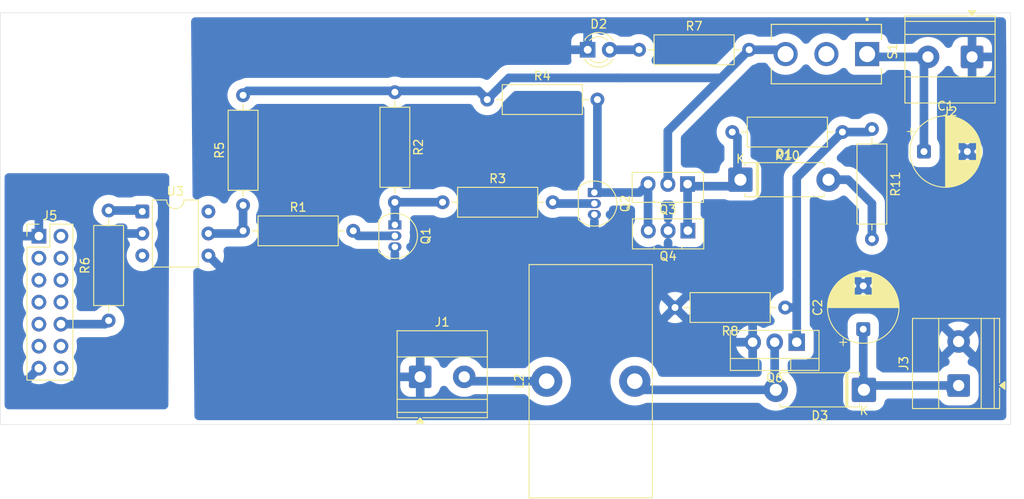
<source format=kicad_pcb>
(kicad_pcb (version 20241229) (generator "pcbnew") (generator_version "9.0")
  (layers (0 "F.Cu" signal) (2 "B.Cu" signal) (13 "F.Paste" user) (15 "B.Paste" user) (5 "F.SilkS" user "F.Silkscreen") (7 "B.SilkS" user "B.Silkscreen") (1 "F.Mask" user) (3 "B.Mask" user) (25 "Edge.Cuts" user))
  (net 0 "")
  (net 1 "Net-(D3-K)")
  (net 2 "GND2")
  (net 3 "Net-(Q1-C)")
  (net 4 "Net-(Q1-B)")
  (net 5 "Net-(Q2-B)")
  (net 6 "Net-(Q2-C)")
  (net 7 "Net-(D1-K)")
  (net 8 "Net-(D1-A)")
  (net 9 "GND1")
  (net 10 "Net-(R1-Pad1)")
  (net 11 "Net-(R6-Pad2)")
  (net 12 "Net-(D2-A)")
  (net 13 "Net-(D3-A)")
  (net 14 "Net-(J1-Pin_2)")
  (net 15 "12V_Out")
  (net 16 "PWM")
  (net 17 "input_PWM")
  (net 31 "12V_In")
  (footprint "Resistor_THT:R_Axial_DIN0309_L9.0mm_D3.2mm_P12.70mm_Horizontal" (layer "F.Cu") (at 115.5 79.7 90)
    (property "Reference" "R5" (at 6.35 -2.72 90) (layer "F.SilkS"))
    (property "Value" "R")
    (pad "1" thru_hole circle (at 0 0 90) (size 1.6 1.6) (drill 0.8) (layers "*.Cu" "*.Mask") (net 10 "Net-(R1-Pad1)"))
    (pad "2" thru_hole circle (at 12.7 0 90) (size 1.6 1.6) (drill 0.8) (layers "*.Cu" "*.Mask") (net 15 "12V_Out"))
  )
  (footprint "Package_TO_SOT_THT:TO-220-3_Vertical" (layer "F.Cu") (at 179.33 95.5 180)
    (property "Reference" "Q6" (at 2.54 -4.1 0) (layer "F.SilkS"))
    (property "Value" "IRF540N")
    (pad "1" thru_hole rect (at 0 0 180) (size 1.905 2) (drill 1.1) (layers "*.Cu" "*.Mask") (net 16 "PWM"))
    (pad "2" thru_hole oval (at 2.54 0 180) (size 1.905 2) (drill 1.1) (layers "*.Cu" "*.Mask") (net 13 "Net-(D3-A)"))
    (pad "3" thru_hole oval (at 5.08 0 180) (size 1.905 2) (drill 1.1) (layers "*.Cu" "*.Mask") (net 2 "GND2"))
  )
  (footprint "Capacitor_THT:CP_Radial_D8.0mm_P5.00mm" (layer "F.Cu") (at 187 94 90)
    (property "Reference" "C2" (at 2.5 -5.25 90) (layer "F.SilkS"))
    (property "Value" "10u")
    (pad "1" thru_hole roundrect (at 0 0 90) (size 1.6 1.6) (drill 0.8) (layers "*.Cu" "*.Mask") (roundrect_rratio 0.15625) (net 1 "Net-(D3-K)"))
    (pad "2" thru_hole circle (at 5 0 90) (size 1.6 1.6) (drill 0.8) (layers "*.Cu" "*.Mask") (net 2 "GND2"))
  )
  (footprint "Resistor_THT:R_Axial_DIN0309_L9.0mm_D3.2mm_P12.70mm_Horizontal" (layer "F.Cu") (at 115.5 82.65)
    (property "Reference" "R1" (at 6.35 -2.72 0) (layer "F.SilkS"))
    (property "Value" "R")
    (pad "1" thru_hole circle (at 0 0) (size 1.6 1.6) (drill 0.8) (layers "*.Cu" "*.Mask") (net 10 "Net-(R1-Pad1)"))
    (pad "2" thru_hole circle (at 12.7 0) (size 1.6 1.6) (drill 0.8) (layers "*.Cu" "*.Mask") (net 4 "Net-(Q1-B)"))
  )
  (footprint "Connector_PinHeader_2.54mm:PinHeader_2x07_P2.54mm_Vertical" (layer "F.Cu") (at 91.96 83.26)
    (property "Reference" "J5" (at 1.27 -2.38 0) (layer "F.SilkS"))
    (property "Value" "Conector IDC")
    (pad "1" thru_hole rect (at 0 0) (size 1.7 1.7) (drill 1) (layers "*.Cu" "*.Mask") (net 9 "GND1"))
    (pad "2" thru_hole circle (at 2.54 0) (size 1.7 1.7) (drill 1) (layers "*.Cu" "*.Mask"))
    (pad "3" thru_hole circle (at 0 2.54) (size 1.7 1.7) (drill 1) (layers "*.Cu" "*.Mask"))
    (pad "4" thru_hole circle (at 2.54 2.54) (size 1.7 1.7) (drill 1) (layers "*.Cu" "*.Mask"))
    (pad "5" thru_hole circle (at 0 5.08) (size 1.7 1.7) (drill 1) (layers "*.Cu" "*.Mask"))
    (pad "6" thru_hole circle (at 2.54 5.08) (size 1.7 1.7) (drill 1) (layers "*.Cu" "*.Mask"))
    (pad "7" thru_hole circle (at 0 7.62) (size 1.7 1.7) (drill 1) (layers "*.Cu" "*.Mask"))
    (pad "8" thru_hole circle (at 2.54 7.62) (size 1.7 1.7) (drill 1) (layers "*.Cu" "*.Mask"))
    (pad "9" thru_hole circle (at 0 10.16) (size 1.7 1.7) (drill 1) (layers "*.Cu" "*.Mask"))
    (pad "10" thru_hole circle (at 2.54 10.16) (size 1.7 1.7) (drill 1) (layers "*.Cu" "*.Mask") (net 17 "input_PWM"))
    (pad "11" thru_hole circle (at 0 12.7) (size 1.7 1.7) (drill 1) (layers "*.Cu" "*.Mask"))
    (pad "12" thru_hole circle (at 2.54 12.7) (size 1.7 1.7) (drill 1) (layers "*.Cu" "*.Mask"))
    (pad "13" thru_hole circle (at 0 15.24) (size 1.7 1.7) (drill 1) (layers "*.Cu" "*.Mask") (net 9 "GND1"))
    (pad "14" thru_hole circle (at 2.54 15.24) (size 1.7 1.7) (drill 1) (layers "*.Cu" "*.Mask"))
  )
  (footprint "Package_TO_SOT_THT:TO-126-3_Vertical" (layer "F.Cu") (at 166.75 77.25 180)
    (property "Reference" "Q3" (at 2.28 -2.95 0) (layer "F.SilkS"))
    (property "Value" "BD139")
    (pad "1" thru_hole rect (at 0 0 180) (size 1.71 1.8) (drill 1) (layers "*.Cu" "*.Mask") (net 7 "Net-(D1-K)"))
    (pad "2" thru_hole oval (at 2.28 0 180) (size 1.71 1.8) (drill 1) (layers "*.Cu" "*.Mask") (net 15 "12V_Out"))
    (pad "3" thru_hole oval (at 4.56 0 180) (size 1.71 1.8) (drill 1) (layers "*.Cu" "*.Mask") (net 6 "Net-(Q2-C)"))
  )
  (footprint "TerminalBlock_Phoenix:TerminalBlock_Phoenix_MKDS-1,5-2-5.08_1x02_P5.08mm_Horizontal" (layer "F.Cu") (at 198 100.5 90)
    (property "Reference" "J3" (at 2.54 -6.32 90) (layer "F.SilkS"))
    (property "Value" "Screw_Terminal_01x02")
    (pad "1" thru_hole roundrect (at 0 0 90) (size 2.6 2.6) (drill 1.3) (layers "*.Cu" "*.Mask") (roundrect_rratio 0.096154) (net 1 "Net-(D3-K)"))
    (pad "2" thru_hole circle (at 5.08 0 90) (size 2.6 2.6) (drill 1.3) (layers "*.Cu" "*.Mask") (net 2 "GND2"))
  )
  (footprint "LED_THT:LED_D3.0mm" (layer "F.Cu") (at 155.23 61.75)
    (property "Reference" "D2" (at 1.27 -2.96 0) (layer "F.SilkS"))
    (property "Value" "LED")
    (pad "1" thru_hole rect (at 0 0) (size 1.8 1.8) (drill 0.9) (layers "*.Cu" "*.Mask") (net 2 "GND2"))
    (pad "2" thru_hole circle (at 2.54 0) (size 1.8 1.8) (drill 0.9) (layers "*.Cu" "*.Mask") (net 12 "Net-(D2-A)"))
  )
  (footprint "Resistor_THT:R_Axial_DIN0309_L9.0mm_D3.2mm_P12.70mm_Horizontal" (layer "F.Cu") (at 138.5 79.35)
    (property "Reference" "R3" (at 6.35 -2.72 0) (layer "F.SilkS"))
    (property "Value" "R")
    (pad "1" thru_hole circle (at 0 0) (size 1.6 1.6) (drill 0.8) (layers "*.Cu" "*.Mask") (net 3 "Net-(Q1-C)"))
    (pad "2" thru_hole circle (at 12.7 0) (size 1.6 1.6) (drill 0.8) (layers "*.Cu" "*.Mask") (net 5 "Net-(Q2-B)"))
  )
  (footprint "Resistor_THT:R_Axial_DIN0309_L9.0mm_D3.2mm_P12.70mm_Horizontal" (layer "F.Cu") (at 178 91.5 180)
    (property "Reference" "R8" (at 6.35 -2.72 0) (layer "F.SilkS"))
    (property "Value" "10k")
    (pad "1" thru_hole circle (at 0 0 180) (size 1.6 1.6) (drill 0.8) (layers "*.Cu" "*.Mask") (net 16 "PWM"))
    (pad "2" thru_hole circle (at 12.7 0 180) (size 1.6 1.6) (drill 0.8) (layers "*.Cu" "*.Mask") (net 2 "GND2"))
  )
  (footprint "Diode_THT:D_5W_P10.16mm_Horizontal" (layer "F.Cu") (at 187.08 101 180)
    (property "Reference" "D3" (at 5.08 -2.97 0) (layer "F.SilkS"))
    (property "Value" "D")
    (fp_text user "K" (at 0 -2.4 0) (layer "F.SilkS"))
    (pad "1" thru_hole roundrect (at 0 0 180) (size 2.8 2.8) (drill 1.4) (layers "*.Cu" "*.Mask") (roundrect_rratio 0.089286) (net 1 "Net-(D3-K)"))
    (pad "2" thru_hole circle (at 10.16 0 180) (size 2.8 2.8) (drill 1.4) (layers "*.Cu" "*.Mask") (net 13 "Net-(D3-A)"))
  )
  (footprint "Resistor_THT:R_Axial_DIN0309_L9.0mm_D3.2mm_P12.70mm_Horizontal" (layer "F.Cu") (at 188 70.9 -90)
    (property "Reference" "R11" (at 6.35 -2.72 90) (layer "F.SilkS"))
    (property "Value" "10")
    (pad "1" thru_hole circle (at 0 0 270) (size 1.6 1.6) (drill 0.8) (layers "*.Cu" "*.Mask") (net 16 "PWM"))
    (pad "2" thru_hole circle (at 12.7 0 270) (size 1.6 1.6) (drill 0.8) (layers "*.Cu" "*.Mask") (net 8 "Net-(D1-A)"))
  )
  (footprint "Package_TO_SOT_THT:TO-92_Inline" (layer "F.Cu") (at 133 81.96 -90)
    (property "Reference" "Q1" (at 1.27 -3.56 90) (layer "F.SilkS"))
    (property "Value" "BC337")
    (pad "1" thru_hole rect (at 0 0 270) (size 1.05 1.5) (drill 0.75) (layers "*.Cu" "*.Mask") (net 3 "Net-(Q1-C)"))
    (pad "2" thru_hole oval (at 1.27 0 270) (size 1.05 1.5) (drill 0.75) (layers "*.Cu" "*.Mask") (net 4 "Net-(Q1-B)"))
    (pad "3" thru_hole oval (at 2.54 0 270) (size 1.05 1.5) (drill 0.75) (layers "*.Cu" "*.Mask") (net 2 "GND2"))
  )
  (footprint "Resistor_THT:R_Axial_DIN0309_L9.0mm_D3.2mm_P12.70mm_Horizontal" (layer "F.Cu") (at 100 93 90)
    (property "Reference" "R6" (at 6.35 -2.72 90) (layer "F.SilkS"))
    (property "Value" "R")
    (pad "1" thru_hole circle (at 0 0 90) (size 1.6 1.6) (drill 0.8) (layers "*.Cu" "*.Mask") (net 17 "input_PWM"))
    (pad "2" thru_hole circle (at 12.7 0 90) (size 1.6 1.6) (drill 0.8) (layers "*.Cu" "*.Mask") (net 11 "Net-(R6-Pad2)"))
  )
  (footprint "Package_TO_SOT_THT:TO-126-3_Vertical" (layer "F.Cu") (at 166.78 82.625 180)
    (property "Reference" "Q4" (at 2.28 -2.95 0) (layer "F.SilkS"))
    (property "Value" "BD140")
    (pad "1" thru_hole rect (at 0 0 180) (size 1.71 1.8) (drill 1) (layers "*.Cu" "*.Mask") (net 7 "Net-(D1-K)"))
    (pad "2" thru_hole oval (at 2.28 0 180) (size 1.71 1.8) (drill 1) (layers "*.Cu" "*.Mask") (net 2 "GND2"))
    (pad "3" thru_hole oval (at 4.56 0 180) (size 1.71 1.8) (drill 1) (layers "*.Cu" "*.Mask") (net 6 "Net-(Q2-C)"))
  )
  (footprint "Package_DIP:DIP-6_W7.62mm" (layer "F.Cu") (at 103.88 80.42)
    (property "Reference" "U3" (at 3.81 -2.33 0) (layer "F.SilkS"))
    (property "Value" "4N25")
    (pad "1" thru_hole roundrect (at 0 0) (size 1.6 1.6) (drill 0.8) (layers "*.Cu" "*.Mask") (roundrect_rratio 0.15625) (net 11 "Net-(R6-Pad2)"))
    (pad "2" thru_hole circle (at 0 2.54) (size 1.6 1.6) (drill 0.8) (layers "*.Cu" "*.Mask") (net 9 "GND1"))
    (pad "3" thru_hole circle (at 0 5.08) (size 1.6 1.6) (drill 0.8) (layers "*.Cu" "*.Mask"))
    (pad "4" thru_hole circle (at 7.62 5.08) (size 1.6 1.6) (drill 0.8) (layers "*.Cu" "*.Mask") (net 2 "GND2"))
    (pad "5" thru_hole circle (at 7.62 2.54) (size 1.6 1.6) (drill 0.8) (layers "*.Cu" "*.Mask") (net 10 "Net-(R1-Pad1)"))
    (pad "6" thru_hole circle (at 7.62 0) (size 1.6 1.6) (drill 0.8) (layers "*.Cu" "*.Mask"))
  )
  (footprint "Resistor_THT:R_Axial_DIN0309_L9.0mm_D3.2mm_P12.70mm_Horizontal" (layer "F.Cu") (at 184.6 71.25 180)
    (property "Reference" "R10" (at 6.35 -2.72 0) (layer "F.SilkS"))
    (property "Value" "3")
    (pad "1" thru_hole circle (at 0 0 180) (size 1.6 1.6) (drill 0.8) (layers "*.Cu" "*.Mask") (net 16 "PWM"))
    (pad "2" thru_hole circle (at 12.7 0 180) (size 1.6 1.6) (drill 0.8) (layers "*.Cu" "*.Mask") (net 7 "Net-(D1-K)"))
  )
  (footprint "Diode_THT:D_5W_P10.16mm_Horizontal" (layer "F.Cu") (at 172.84 76.75)
    (property "Reference" "D1" (at 5.08 -2.97 0) (layer "F.SilkS"))
    (property "Value" "D")
    (fp_text user "K" (at 0 -2.4 0) (layer "F.SilkS"))
    (pad "1" thru_hole roundrect (at 0 0) (size 2.8 2.8) (drill 1.4) (layers "*.Cu" "*.Mask") (roundrect_rratio 0.089286) (net 7 "Net-(D1-K)"))
    (pad "2" thru_hole circle (at 10.16 0) (size 2.8 2.8) (drill 1.4) (layers "*.Cu" "*.Mask") (net 8 "Net-(D1-A)"))
  )
  (footprint "Resistor_THT:R_Axial_DIN0309_L9.0mm_D3.2mm_P12.70mm_Horizontal" (layer "F.Cu") (at 133 66.65 -90)
    (property "Reference" "R2" (at 6.35 -2.72 90) (layer "F.SilkS"))
    (property "Value" "R")
    (pad "1" thru_hole circle (at 0 0 270) (size 1.6 1.6) (drill 0.8) (layers "*.Cu" "*.Mask") (net 15 "12V_Out"))
    (pad "2" thru_hole circle (at 12.7 0 270) (size 1.6 1.6) (drill 0.8) (layers "*.Cu" "*.Mask") (net 3 "Net-(Q1-C)"))
  )
  (footprint "Chave_Denison:SW_100SP1T1B4M2QE" (layer "F.Cu") (at 182.75 62.25 -90)
    (property "Reference" "S1" (at -0.325 -7.635 90) (layer "F.SilkS"))
    (property "Value" "100SP1T1B4M2QE")
    (pad "1" thru_hole rect (at 0 -4.7 270) (size 2.775 2.775) (drill 1.85) (layers "*.Cu" "*.Mask") (net 31 "12V_In"))
    (pad "2" thru_hole circle (at 0 0 270) (size 2.775 2.775) (drill 1.85) (layers "*.Cu" "*.Mask"))
    (pad "3" thru_hole circle (at 0 4.7 270) (size 2.775 2.775) (drill 1.85) (layers "*.Cu" "*.Mask") (net 15 "12V_Out"))
  )
  (footprint "Inductor_THT:L_Toroid_Vertical_L26.7mm_W14.0mm_P10.16mm_Pulse_D" (layer "F.Cu") (at 150.5 100 90)
    (property "Reference" "L2" (at 0 -3.155 90) (layer "F.SilkS"))
    (property "Value" "L")
    (pad "1" thru_hole circle (at 0 0 90) (size 3.6 3.6) (drill 1.8) (layers "*.Cu" "*.Mask") (net 14 "Net-(J1-Pin_2)"))
    (pad "2" thru_hole circle (at 0 10.16 90) (size 3.6 3.6) (drill 1.8) (layers "*.Cu" "*.Mask") (net 13 "Net-(D3-A)"))
  )
  (footprint "Capacitor_THT:CP_Radial_D8.0mm_P5.00mm" (layer "F.Cu") (at 194 73.5)
    (property "Reference" "C1" (at 2.5 -5.25 0) (layer "F.SilkS"))
    (property "Value" "10u")
    (pad "1" thru_hole roundrect (at 0 0) (size 1.6 1.6) (drill 0.8) (layers "*.Cu" "*.Mask") (roundrect_rratio 0.15625) (net 31 "12V_In"))
    (pad "2" thru_hole circle (at 5 0) (size 1.6 1.6) (drill 0.8) (layers "*.Cu" "*.Mask") (net 2 "GND2"))
  )
  (footprint "Package_TO_SOT_THT:TO-92_Inline" (layer "F.Cu") (at 156 78.23 -90)
    (property "Reference" "Q2" (at 1.27 -3.56 90) (layer "F.SilkS"))
    (property "Value" "BC337")
    (pad "1" thru_hole rect (at 0 0 270) (size 1.05 1.5) (drill 0.75) (layers "*.Cu" "*.Mask") (net 6 "Net-(Q2-C)"))
    (pad "2" thru_hole oval (at 1.27 0 270) (size 1.05 1.5) (drill 0.75) (layers "*.Cu" "*.Mask") (net 5 "Net-(Q2-B)"))
    (pad "3" thru_hole oval (at 2.54 0 270) (size 1.05 1.5) (drill 0.75) (layers "*.Cu" "*.Mask") (net 2 "GND2"))
  )
  (footprint "Resistor_THT:R_Axial_DIN0309_L9.0mm_D3.2mm_P12.70mm_Horizontal" (layer "F.Cu") (at 161.15 61.75)
    (property "Reference" "R7" (at 6.35 -2.72 0) (layer "F.SilkS"))
    (property "Value" "R")
    (pad "1" thru_hole circle (at 0 0) (size 1.6 1.6) (drill 0.8) (layers "*.Cu" "*.Mask") (net 12 "Net-(D2-A)"))
    (pad "2" thru_hole circle (at 12.7 0) (size 1.6 1.6) (drill 0.8) (layers "*.Cu" "*.Mask") (net 15 "12V_Out"))
  )
  (footprint "Resistor_THT:R_Axial_DIN0309_L9.0mm_D3.2mm_P12.70mm_Horizontal" (layer "F.Cu") (at 143.65 67.5)
    (property "Reference" "R4" (at 6.35 -2.72 0) (layer "F.SilkS"))
    (property "Value" "R")
    (pad "1" thru_hole circle (at 0 0) (size 1.6 1.6) (drill 0.8) (layers "*.Cu" "*.Mask") (net 15 "12V_Out"))
    (pad "2" thru_hole circle (at 12.7 0) (size 1.6 1.6) (drill 0.8) (layers "*.Cu" "*.Mask") (net 6 "Net-(Q2-C)"))
  )
  (footprint "TerminalBlock_Phoenix:TerminalBlock_Phoenix_MKDS-1,5-2-5.08_1x02_P5.08mm_Horizontal" (layer "F.Cu") (at 199.545 62.5775 180)
    (property "Reference" "J2" (at 2.54 -6.32 0) (layer "F.SilkS"))
    (property "Value" "Screw_Terminal_01x02")
    (pad "1" thru_hole roundrect (at 0 0 180) (size 2.6 2.6) (drill 1.3) (layers "*.Cu" "*.Mask") (roundrect_rratio 0.096154) (net 2 "GND2"))
    (pad "2" thru_hole circle (at 5.08 0 180) (size 2.6 2.6) (drill 1.3) (layers "*.Cu" "*.Mask") (net 31 "12V_In"))
  )
  (footprint "TerminalBlock_Phoenix:TerminalBlock_Phoenix_MKDS-1,5-2-5.08_1x02_P5.08mm_Horizontal" (layer "F.Cu") (at 135.92 99.5)
    (property "Reference" "J1" (at 2.54 -6.32 0) (layer "F.SilkS"))
    (property "Value" "Screw_Terminal_01x02")
    (pad "1" thru_hole roundrect (at 0 0) (size 2.6 2.6) (drill 1.3) (layers "*.Cu" "*.Mask") (roundrect_rratio 0.096154) (net 2 "GND2"))
    (pad "2" thru_hole circle (at 5.08 0) (size 2.6 2.6) (drill 1.3) (layers "*.Cu" "*.Mask") (net 14 "Net-(J1-Pin_2)"))
  )
  (gr_rect (start 87.5 57.5) (end 204 105) (stroke (width 0.05)) (fill no) (layer "Edge.Cuts"))
  (segment (start 187 94) (end 187 100.92) (width 1) (layer "B.Cu") (net 1))
  (segment (start 188 100.5) (end 198 100.5) (width 1) (layer "B.Cu") (net 1))
  (segment (start 187.08 101) (end 187.5 101) (width 1) (layer "B.Cu") (net 1))
  (segment (start 198 100.08) (end 197.08 101) (width 1) (layer "B.Cu") (net 1))
  (segment (start 187.5 101) (end 188 100.5) (width 1) (layer "B.Cu") (net 1))
  (segment (start 187 100.92) (end 187.08 101) (width 1) (layer "B.Cu") (net 1))
  (segment (start 133 79.35) (end 133 81.96) (width 1) (layer "B.Cu") (net 3))
  (segment (start 138.5 79.35) (end 133 79.35) (width 1) (layer "B.Cu") (net 3))
  (segment (start 128.78 83.23) (end 128.2 82.65) (width 1) (layer "B.Cu") (net 4))
  (segment (start 133 83.23) (end 128.78 83.23) (width 1) (layer "B.Cu") (net 4))
  (segment (start 151.2 79.35) (end 151.35 79.5) (width 1) (layer "B.Cu") (net 5))
  (segment (start 151.35 79.5) (end 156 79.5) (width 1) (layer "B.Cu") (net 5))
  (segment (start 161.21 78.23) (end 156 78.23) (width 1) (layer "B.Cu") (net 6))
  (segment (start 162.19 77.25) (end 161.21 78.23) (width 1) (layer "B.Cu") (net 6))
  (segment (start 162.19 77.25) (end 162.19 82.595) (width 1) (layer "B.Cu") (net 6))
  (segment (start 156.35 77.88) (end 156 78.23) (width 1) (layer "B.Cu") (net 6))
  (segment (start 162.19 82.595) (end 162.22 82.625) (width 1) (layer "B.Cu") (net 6))
  (segment (start 156.35 67.5) (end 156.35 77.88) (width 1) (layer "B.Cu") (net 6))
  (segment (start 166.75 77.25) (end 166.75 82.595) (width 1) (layer "B.Cu") (net 7))
  (segment (start 172.5 76.41) (end 172.84 76.75) (width 1) (layer "B.Cu") (net 7))
  (segment (start 172.84 76.75) (end 172.09 77.5) (width 1) (layer "B.Cu") (net 7))
  (segment (start 167 77.5) (end 166.75 77.25) (width 1) (layer "B.Cu") (net 7))
  (segment (start 166.75 82.595) (end 166.78 82.625) (width 1) (layer "B.Cu") (net 7))
  (segment (start 172.5 71.85) (end 172.5 76.41) (width 1) (layer "B.Cu") (net 7))
  (segment (start 172.09 77.5) (end 167 77.5) (width 1) (layer "B.Cu") (net 7))
  (segment (start 171.9 71.25) (end 172.5 71.85) (width 1) (layer "B.Cu") (net 7))
  (segment (start 183 76.75) (end 185.25 76.75) (width 1) (layer "B.Cu") (net 8))
  (segment (start 185.25 76.75) (end 188 79.5) (width 1) (layer "B.Cu") (net 8))
  (segment (start 188 79.5) (end 188 83.6) (width 1) (layer "B.Cu") (net 8))
  (segment (start 103.88 82.96) (end 101.54 82.96) (width 1) (layer "B.Cu") (net 9))
  (segment (start 101.54 82.96) (end 101.5 83) (width 1) (layer "B.Cu") (net 9))
  (segment (start 115.5 82.65) (end 115.5 79.7) (width 1) (layer "B.Cu") (net 10))
  (segment (start 115.19 82.96) (end 115.5 82.65) (width 1) (layer "B.Cu") (net 10))
  (segment (start 111.5 82.96) (end 115.19 82.96) (width 1) (layer "B.Cu") (net 10))
  (segment (start 103.76 80.3) (end 103.88 80.42) (width 1) (layer "B.Cu") (net 11))
  (segment (start 100 80.3) (end 103.76 80.3) (width 1) (layer "B.Cu") (net 11))
  (segment (start 157.77 61.75) (end 161.15 61.75) (width 1) (layer "B.Cu") (net 12))
  (segment (start 161.66 101) (end 176.92 101) (width 1) (layer "B.Cu") (net 13))
  (segment (start 176.79 95.5) (end 176.79 100.87) (width 1) (layer "B.Cu") (net 13))
  (segment (start 176.79 100.87) (end 176.92 101) (width 1) (layer "B.Cu") (net 13))
  (segment (start 160.66 100) (end 161.66 101) (width 1) (layer "B.Cu") (net 13))
  (segment (start 141.5 100) (end 141 99.5) (width 1) (layer "B.Cu") (net 14))
  (segment (start 150.5 100) (end 141.5 100) (width 1) (layer "B.Cu") (net 14))
  (segment (start 173.85 61.75) (end 177.55 61.75) (width 1) (layer "B.Cu") (net 15))
  (segment (start 142.65 66.5) (end 143.65 67.5) (width 1) (layer "B.Cu") (net 15))
  (segment (start 164.47 71.13) (end 170.6 65) (width 1) (layer "B.Cu") (net 15))
  (segment (start 115.5 67) (end 116 66.5) (width 1) (layer "B.Cu") (net 15))
  (segment (start 164.47 77.25) (end 164.47 71.13) (width 1) (layer "B.Cu") (net 15))
  (segment (start 170.6 65) (end 158.75 65) (width 1) (layer "B.Cu") (net 15))
  (segment (start 133 66.65) (end 133.15 66.5) (width 1) (layer "B.Cu") (net 15))
  (segment (start 177.55 61.75) (end 178.05 62.25) (width 1) (layer "B.Cu") (net 15))
  (segment (start 146.15 65) (end 143.65 67.5) (width 1) (layer "B.Cu") (net 15))
  (segment (start 132.85 66.5) (end 133 66.65) (width 1) (layer "B.Cu") (net 15))
  (segment (start 133.15 66.5) (end 142.65 66.5) (width 1) (layer "B.Cu") (net 15))
  (segment (start 158.75 65) (end 146.15 65) (width 1) (layer "B.Cu") (net 15))
  (segment (start 116 66.5) (end 132.85 66.5) (width 1) (layer "B.Cu") (net 15))
  (segment (start 173.85 61.75) (end 170.6 65) (width 1) (layer "B.Cu") (net 15))
  (segment (start 184.6 71.25) (end 179.33 76.52) (width 1) (layer "B.Cu") (net 16))
  (segment (start 179.33 76.52) (end 179.33 88.25) (width 1) (layer "B.Cu") (net 16))
  (segment (start 179.33 88.25) (end 179.33 91.5) (width 1) (layer "B.Cu") (net 16))
  (segment (start 178 91.5) (end 179.33 91.5) (width 1) (layer "B.Cu") (net 16))
  (segment (start 184.6 71.25) (end 187.65 71.25) (width 1) (layer "B.Cu") (net 16))
  (segment (start 179.33 91.5) (end 179.33 95.5) (width 1) (layer "B.Cu") (net 16))
  (segment (start 187.65 71.25) (end 188 70.9) (width 1) (layer "B.Cu") (net 16))
  (segment (start 94.5 93.42) (end 99.58 93.42) (width 1) (layer "B.Cu") (net 17))
  (segment (start 99.58 93.42) (end 100 93) (width 1) (layer "B.Cu") (net 17))
  (segment (start 194.465 62.5775) (end 187.7775 62.5775) (width 1) (layer "B.Cu") (net 31))
  (segment (start 194 73.5) (end 194 63.0425) (width 1) (layer "B.Cu") (net 31))
  (segment (start 187.7775 62.5775) (end 187.45 62.25) (width 1) (layer "B.Cu") (net 31))
  (segment (start 194 63.0425) (end 194.465 62.5775) (width 1) (layer "B.Cu") (net 31))
  (zone (net 9) (net_name "GND1") (layer "B.Cu") (connect_pads (clearance 1)) (min_thickness 1) (fill yes (thermal_gap 1) (thermal_bridge_width 1))
    (polygon (pts (xy 88 76) (xy 106.99591 76) (xy 106.884453 103.25) (xy 88 103.25)))
  )
  (zone (net 2) (net_name "GND2") (layer "B.Cu") (priority 1) (connect_pads (clearance 1)) (min_thickness 1) (fill yes (thermal_gap 1) (thermal_bridge_width 1))
    (polygon (pts (xy 109.5 58) (xy 109.900423 105.25) (xy 203.850835 105.25) (xy 203.449574 57.5) (xy 109.5 57.5) (xy 109.5 61.5)))
  )
)
</source>
